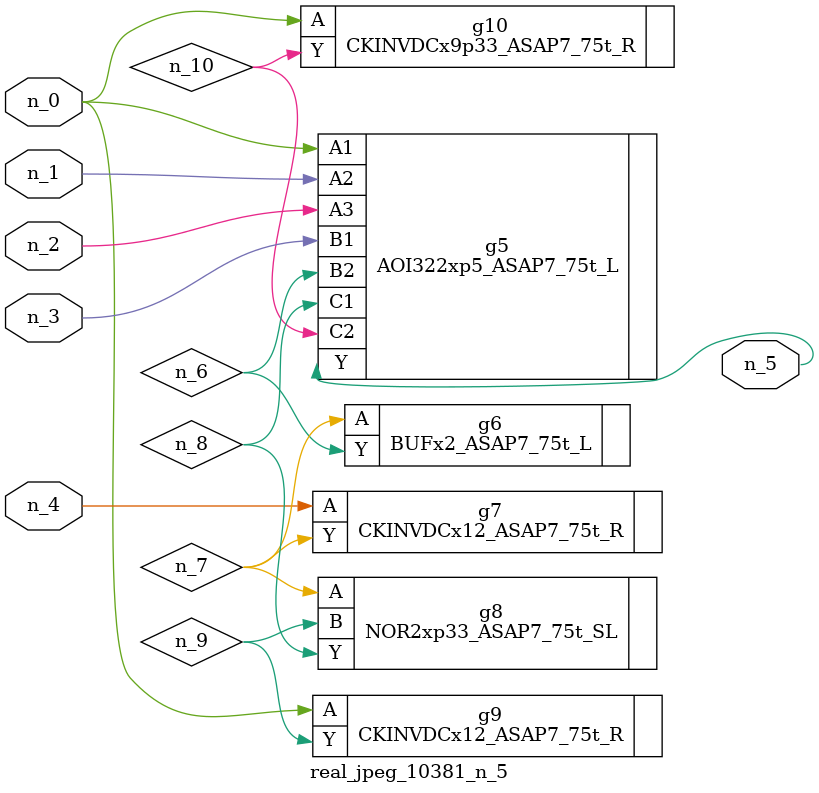
<source format=v>
module real_jpeg_10381_n_5 (n_4, n_0, n_1, n_2, n_3, n_5);

input n_4;
input n_0;
input n_1;
input n_2;
input n_3;

output n_5;

wire n_8;
wire n_6;
wire n_7;
wire n_10;
wire n_9;

AOI322xp5_ASAP7_75t_L g5 ( 
.A1(n_0),
.A2(n_1),
.A3(n_2),
.B1(n_3),
.B2(n_6),
.C1(n_8),
.C2(n_10),
.Y(n_5)
);

CKINVDCx12_ASAP7_75t_R g9 ( 
.A(n_0),
.Y(n_9)
);

CKINVDCx9p33_ASAP7_75t_R g10 ( 
.A(n_0),
.Y(n_10)
);

CKINVDCx12_ASAP7_75t_R g7 ( 
.A(n_4),
.Y(n_7)
);

BUFx2_ASAP7_75t_L g6 ( 
.A(n_7),
.Y(n_6)
);

NOR2xp33_ASAP7_75t_SL g8 ( 
.A(n_7),
.B(n_9),
.Y(n_8)
);


endmodule
</source>
